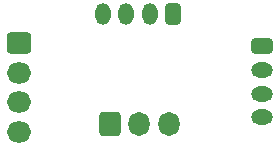
<source format=gbr>
G04 #@! TF.GenerationSoftware,KiCad,Pcbnew,7.0.1*
G04 #@! TF.CreationDate,2023-08-14T23:40:13-05:00*
G04 #@! TF.ProjectId,ButtonToActionChallenge,42757474-6f6e-4546-9f41-6374696f6e43,rev?*
G04 #@! TF.SameCoordinates,Original*
G04 #@! TF.FileFunction,Soldermask,Top*
G04 #@! TF.FilePolarity,Negative*
%FSLAX46Y46*%
G04 Gerber Fmt 4.6, Leading zero omitted, Abs format (unit mm)*
G04 Created by KiCad (PCBNEW 7.0.1) date 2023-08-14 23:40:13*
%MOMM*%
%LPD*%
G01*
G04 APERTURE LIST*
G04 Aperture macros list*
%AMRoundRect*
0 Rectangle with rounded corners*
0 $1 Rounding radius*
0 $2 $3 $4 $5 $6 $7 $8 $9 X,Y pos of 4 corners*
0 Add a 4 corners polygon primitive as box body*
4,1,4,$2,$3,$4,$5,$6,$7,$8,$9,$2,$3,0*
0 Add four circle primitives for the rounded corners*
1,1,$1+$1,$2,$3*
1,1,$1+$1,$4,$5*
1,1,$1+$1,$6,$7*
1,1,$1+$1,$8,$9*
0 Add four rect primitives between the rounded corners*
20,1,$1+$1,$2,$3,$4,$5,0*
20,1,$1+$1,$4,$5,$6,$7,0*
20,1,$1+$1,$6,$7,$8,$9,0*
20,1,$1+$1,$8,$9,$2,$3,0*%
G04 Aperture macros list end*
%ADD10RoundRect,0.301000X0.350000X0.625000X-0.350000X0.625000X-0.350000X-0.625000X0.350000X-0.625000X0*%
%ADD11O,1.302000X1.852000*%
%ADD12RoundRect,0.301000X-0.600000X-0.725000X0.600000X-0.725000X0.600000X0.725000X-0.600000X0.725000X0*%
%ADD13O,1.802000X2.052000*%
%ADD14RoundRect,0.301000X-0.725000X0.600000X-0.725000X-0.600000X0.725000X-0.600000X0.725000X0.600000X0*%
%ADD15O,2.052000X1.802000*%
%ADD16RoundRect,0.301000X-0.625000X0.350000X-0.625000X-0.350000X0.625000X-0.350000X0.625000X0.350000X0*%
%ADD17O,1.852000X1.302000*%
G04 APERTURE END LIST*
D10*
X152812000Y-68622000D03*
D11*
X150812000Y-68622000D03*
X148812000Y-68622000D03*
X146812000Y-68622000D03*
D12*
X147400000Y-77978000D03*
D13*
X149900000Y-77978000D03*
X152400000Y-77978000D03*
D14*
X139717000Y-71120000D03*
D15*
X139717000Y-73620000D03*
X139717000Y-76120000D03*
X139717000Y-78620000D03*
D16*
X160274000Y-71374000D03*
D17*
X160274000Y-73374000D03*
X160274000Y-75374000D03*
X160274000Y-77374000D03*
M02*

</source>
